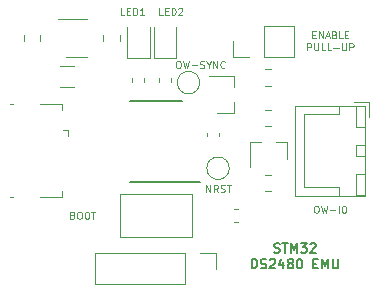
<source format=gbr>
G04 #@! TF.GenerationSoftware,KiCad,Pcbnew,(5.1.0-70-g46d257dc6)*
G04 #@! TF.CreationDate,2019-05-03T15:48:20+03:00*
G04 #@! TF.ProjectId,stm32_ds2480_emu,73746d33-325f-4647-9332-3438305f656d,rev?*
G04 #@! TF.SameCoordinates,Original*
G04 #@! TF.FileFunction,Legend,Top*
G04 #@! TF.FilePolarity,Positive*
%FSLAX46Y46*%
G04 Gerber Fmt 4.6, Leading zero omitted, Abs format (unit mm)*
G04 Created by KiCad (PCBNEW (5.1.0-70-g46d257dc6)) date 2019-05-03 15:48:20*
%MOMM*%
%LPD*%
G04 APERTURE LIST*
%ADD10C,0.150000*%
%ADD11C,0.120000*%
G04 APERTURE END LIST*
D10*
X135247619Y-93848809D02*
X135361904Y-93886904D01*
X135552380Y-93886904D01*
X135628571Y-93848809D01*
X135666666Y-93810714D01*
X135704761Y-93734523D01*
X135704761Y-93658333D01*
X135666666Y-93582142D01*
X135628571Y-93544047D01*
X135552380Y-93505952D01*
X135400000Y-93467857D01*
X135323809Y-93429761D01*
X135285714Y-93391666D01*
X135247619Y-93315476D01*
X135247619Y-93239285D01*
X135285714Y-93163095D01*
X135323809Y-93125000D01*
X135400000Y-93086904D01*
X135590476Y-93086904D01*
X135704761Y-93125000D01*
X135933333Y-93086904D02*
X136390476Y-93086904D01*
X136161904Y-93886904D02*
X136161904Y-93086904D01*
X136657142Y-93886904D02*
X136657142Y-93086904D01*
X136923809Y-93658333D01*
X137190476Y-93086904D01*
X137190476Y-93886904D01*
X137495238Y-93086904D02*
X137990476Y-93086904D01*
X137723809Y-93391666D01*
X137838095Y-93391666D01*
X137914285Y-93429761D01*
X137952380Y-93467857D01*
X137990476Y-93544047D01*
X137990476Y-93734523D01*
X137952380Y-93810714D01*
X137914285Y-93848809D01*
X137838095Y-93886904D01*
X137609523Y-93886904D01*
X137533333Y-93848809D01*
X137495238Y-93810714D01*
X138295238Y-93163095D02*
X138333333Y-93125000D01*
X138409523Y-93086904D01*
X138600000Y-93086904D01*
X138676190Y-93125000D01*
X138714285Y-93163095D01*
X138752380Y-93239285D01*
X138752380Y-93315476D01*
X138714285Y-93429761D01*
X138257142Y-93886904D01*
X138752380Y-93886904D01*
X133342857Y-95236904D02*
X133342857Y-94436904D01*
X133533333Y-94436904D01*
X133647619Y-94475000D01*
X133723809Y-94551190D01*
X133761904Y-94627380D01*
X133800000Y-94779761D01*
X133800000Y-94894047D01*
X133761904Y-95046428D01*
X133723809Y-95122619D01*
X133647619Y-95198809D01*
X133533333Y-95236904D01*
X133342857Y-95236904D01*
X134104761Y-95198809D02*
X134219047Y-95236904D01*
X134409523Y-95236904D01*
X134485714Y-95198809D01*
X134523809Y-95160714D01*
X134561904Y-95084523D01*
X134561904Y-95008333D01*
X134523809Y-94932142D01*
X134485714Y-94894047D01*
X134409523Y-94855952D01*
X134257142Y-94817857D01*
X134180952Y-94779761D01*
X134142857Y-94741666D01*
X134104761Y-94665476D01*
X134104761Y-94589285D01*
X134142857Y-94513095D01*
X134180952Y-94475000D01*
X134257142Y-94436904D01*
X134447619Y-94436904D01*
X134561904Y-94475000D01*
X134866666Y-94513095D02*
X134904761Y-94475000D01*
X134980952Y-94436904D01*
X135171428Y-94436904D01*
X135247619Y-94475000D01*
X135285714Y-94513095D01*
X135323809Y-94589285D01*
X135323809Y-94665476D01*
X135285714Y-94779761D01*
X134828571Y-95236904D01*
X135323809Y-95236904D01*
X136009523Y-94703571D02*
X136009523Y-95236904D01*
X135819047Y-94398809D02*
X135628571Y-94970238D01*
X136123809Y-94970238D01*
X136542857Y-94779761D02*
X136466666Y-94741666D01*
X136428571Y-94703571D01*
X136390476Y-94627380D01*
X136390476Y-94589285D01*
X136428571Y-94513095D01*
X136466666Y-94475000D01*
X136542857Y-94436904D01*
X136695238Y-94436904D01*
X136771428Y-94475000D01*
X136809523Y-94513095D01*
X136847619Y-94589285D01*
X136847619Y-94627380D01*
X136809523Y-94703571D01*
X136771428Y-94741666D01*
X136695238Y-94779761D01*
X136542857Y-94779761D01*
X136466666Y-94817857D01*
X136428571Y-94855952D01*
X136390476Y-94932142D01*
X136390476Y-95084523D01*
X136428571Y-95160714D01*
X136466666Y-95198809D01*
X136542857Y-95236904D01*
X136695238Y-95236904D01*
X136771428Y-95198809D01*
X136809523Y-95160714D01*
X136847619Y-95084523D01*
X136847619Y-94932142D01*
X136809523Y-94855952D01*
X136771428Y-94817857D01*
X136695238Y-94779761D01*
X137342857Y-94436904D02*
X137419047Y-94436904D01*
X137495238Y-94475000D01*
X137533333Y-94513095D01*
X137571428Y-94589285D01*
X137609523Y-94741666D01*
X137609523Y-94932142D01*
X137571428Y-95084523D01*
X137533333Y-95160714D01*
X137495238Y-95198809D01*
X137419047Y-95236904D01*
X137342857Y-95236904D01*
X137266666Y-95198809D01*
X137228571Y-95160714D01*
X137190476Y-95084523D01*
X137152380Y-94932142D01*
X137152380Y-94741666D01*
X137190476Y-94589285D01*
X137228571Y-94513095D01*
X137266666Y-94475000D01*
X137342857Y-94436904D01*
X138561904Y-94817857D02*
X138828571Y-94817857D01*
X138942857Y-95236904D02*
X138561904Y-95236904D01*
X138561904Y-94436904D01*
X138942857Y-94436904D01*
X139285714Y-95236904D02*
X139285714Y-94436904D01*
X139552380Y-95008333D01*
X139819047Y-94436904D01*
X139819047Y-95236904D01*
X140200000Y-94436904D02*
X140200000Y-95084523D01*
X140238095Y-95160714D01*
X140276190Y-95198809D01*
X140352380Y-95236904D01*
X140504761Y-95236904D01*
X140580952Y-95198809D01*
X140619047Y-95160714D01*
X140657142Y-95084523D01*
X140657142Y-94436904D01*
D11*
X138771428Y-89921428D02*
X138885714Y-89921428D01*
X138942857Y-89950000D01*
X139000000Y-90007142D01*
X139028571Y-90121428D01*
X139028571Y-90321428D01*
X139000000Y-90435714D01*
X138942857Y-90492857D01*
X138885714Y-90521428D01*
X138771428Y-90521428D01*
X138714285Y-90492857D01*
X138657142Y-90435714D01*
X138628571Y-90321428D01*
X138628571Y-90121428D01*
X138657142Y-90007142D01*
X138714285Y-89950000D01*
X138771428Y-89921428D01*
X139228571Y-89921428D02*
X139371428Y-90521428D01*
X139485714Y-90092857D01*
X139600000Y-90521428D01*
X139742857Y-89921428D01*
X139971428Y-90292857D02*
X140428571Y-90292857D01*
X140714285Y-90521428D02*
X140714285Y-89921428D01*
X141114285Y-89921428D02*
X141228571Y-89921428D01*
X141285714Y-89950000D01*
X141342857Y-90007142D01*
X141371428Y-90121428D01*
X141371428Y-90321428D01*
X141342857Y-90435714D01*
X141285714Y-90492857D01*
X141228571Y-90521428D01*
X141114285Y-90521428D01*
X141057142Y-90492857D01*
X141000000Y-90435714D01*
X140971428Y-90321428D01*
X140971428Y-90121428D01*
X141000000Y-90007142D01*
X141057142Y-89950000D01*
X141114285Y-89921428D01*
X118200571Y-90707142D02*
X118286285Y-90735714D01*
X118314857Y-90764285D01*
X118343428Y-90821428D01*
X118343428Y-90907142D01*
X118314857Y-90964285D01*
X118286285Y-90992857D01*
X118229142Y-91021428D01*
X118000571Y-91021428D01*
X118000571Y-90421428D01*
X118200571Y-90421428D01*
X118257714Y-90450000D01*
X118286285Y-90478571D01*
X118314857Y-90535714D01*
X118314857Y-90592857D01*
X118286285Y-90650000D01*
X118257714Y-90678571D01*
X118200571Y-90707142D01*
X118000571Y-90707142D01*
X118714857Y-90421428D02*
X118829142Y-90421428D01*
X118886285Y-90450000D01*
X118943428Y-90507142D01*
X118972000Y-90621428D01*
X118972000Y-90821428D01*
X118943428Y-90935714D01*
X118886285Y-90992857D01*
X118829142Y-91021428D01*
X118714857Y-91021428D01*
X118657714Y-90992857D01*
X118600571Y-90935714D01*
X118572000Y-90821428D01*
X118572000Y-90621428D01*
X118600571Y-90507142D01*
X118657714Y-90450000D01*
X118714857Y-90421428D01*
X119343428Y-90421428D02*
X119457714Y-90421428D01*
X119514857Y-90450000D01*
X119572000Y-90507142D01*
X119600571Y-90621428D01*
X119600571Y-90821428D01*
X119572000Y-90935714D01*
X119514857Y-90992857D01*
X119457714Y-91021428D01*
X119343428Y-91021428D01*
X119286285Y-90992857D01*
X119229142Y-90935714D01*
X119200571Y-90821428D01*
X119200571Y-90621428D01*
X119229142Y-90507142D01*
X119286285Y-90450000D01*
X119343428Y-90421428D01*
X119772000Y-90421428D02*
X120114857Y-90421428D01*
X119943428Y-91021428D02*
X119943428Y-90421428D01*
X138485714Y-75447142D02*
X138685714Y-75447142D01*
X138771428Y-75761428D02*
X138485714Y-75761428D01*
X138485714Y-75161428D01*
X138771428Y-75161428D01*
X139028571Y-75761428D02*
X139028571Y-75161428D01*
X139371428Y-75761428D01*
X139371428Y-75161428D01*
X139628571Y-75590000D02*
X139914285Y-75590000D01*
X139571428Y-75761428D02*
X139771428Y-75161428D01*
X139971428Y-75761428D01*
X140371428Y-75447142D02*
X140457142Y-75475714D01*
X140485714Y-75504285D01*
X140514285Y-75561428D01*
X140514285Y-75647142D01*
X140485714Y-75704285D01*
X140457142Y-75732857D01*
X140400000Y-75761428D01*
X140171428Y-75761428D01*
X140171428Y-75161428D01*
X140371428Y-75161428D01*
X140428571Y-75190000D01*
X140457142Y-75218571D01*
X140485714Y-75275714D01*
X140485714Y-75332857D01*
X140457142Y-75390000D01*
X140428571Y-75418571D01*
X140371428Y-75447142D01*
X140171428Y-75447142D01*
X141057142Y-75761428D02*
X140771428Y-75761428D01*
X140771428Y-75161428D01*
X141257142Y-75447142D02*
X141457142Y-75447142D01*
X141542857Y-75761428D02*
X141257142Y-75761428D01*
X141257142Y-75161428D01*
X141542857Y-75161428D01*
X138057142Y-76781428D02*
X138057142Y-76181428D01*
X138285714Y-76181428D01*
X138342857Y-76210000D01*
X138371428Y-76238571D01*
X138400000Y-76295714D01*
X138400000Y-76381428D01*
X138371428Y-76438571D01*
X138342857Y-76467142D01*
X138285714Y-76495714D01*
X138057142Y-76495714D01*
X138657142Y-76181428D02*
X138657142Y-76667142D01*
X138685714Y-76724285D01*
X138714285Y-76752857D01*
X138771428Y-76781428D01*
X138885714Y-76781428D01*
X138942857Y-76752857D01*
X138971428Y-76724285D01*
X139000000Y-76667142D01*
X139000000Y-76181428D01*
X139571428Y-76781428D02*
X139285714Y-76781428D01*
X139285714Y-76181428D01*
X140057142Y-76781428D02*
X139771428Y-76781428D01*
X139771428Y-76181428D01*
X140257142Y-76552857D02*
X140714285Y-76552857D01*
X141000000Y-76181428D02*
X141000000Y-76667142D01*
X141028571Y-76724285D01*
X141057142Y-76752857D01*
X141114285Y-76781428D01*
X141228571Y-76781428D01*
X141285714Y-76752857D01*
X141314285Y-76724285D01*
X141342857Y-76667142D01*
X141342857Y-76181428D01*
X141628571Y-76781428D02*
X141628571Y-76181428D01*
X141857142Y-76181428D01*
X141914285Y-76210000D01*
X141942857Y-76238571D01*
X141971428Y-76295714D01*
X141971428Y-76381428D01*
X141942857Y-76438571D01*
X141914285Y-76467142D01*
X141857142Y-76495714D01*
X141628571Y-76495714D01*
X128950000Y-79500000D02*
G75*
G03X128950000Y-79500000I-950000J0D01*
G01*
X131450000Y-86750000D02*
G75*
G03X131450000Y-86750000I-950000J0D01*
G01*
X114040000Y-75491422D02*
X114040000Y-76008578D01*
X115460000Y-75491422D02*
X115460000Y-76008578D01*
X120790000Y-75491422D02*
X120790000Y-76008578D01*
X122210000Y-75491422D02*
X122210000Y-76008578D01*
X124710000Y-77435000D02*
X124710000Y-74750000D01*
X122790000Y-77435000D02*
X124710000Y-77435000D01*
X122790000Y-74750000D02*
X122790000Y-77435000D01*
X126960000Y-77435000D02*
X126960000Y-74750000D01*
X125040000Y-77435000D02*
X126960000Y-77435000D01*
X125040000Y-74750000D02*
X125040000Y-77435000D01*
X136330000Y-84490000D02*
X136330000Y-85950000D01*
X133170000Y-84490000D02*
X133170000Y-86650000D01*
X133170000Y-84490000D02*
X134100000Y-84490000D01*
X136330000Y-84490000D02*
X135400000Y-84490000D01*
X117097936Y-79910000D02*
X118302064Y-79910000D01*
X117097936Y-78090000D02*
X118302064Y-78090000D01*
X117262500Y-81350000D02*
X117262500Y-81800000D01*
X115412500Y-81350000D02*
X117262500Y-81350000D01*
X112862500Y-89150000D02*
X113112500Y-89150000D01*
X112862500Y-81350000D02*
X113112500Y-81350000D01*
X115412500Y-89150000D02*
X117262500Y-89150000D01*
X117262500Y-89150000D02*
X117262500Y-88700000D01*
X117812500Y-83550000D02*
X117812500Y-84000000D01*
X117812500Y-83550000D02*
X117362500Y-83550000D01*
X130330000Y-93920000D02*
X130330000Y-95250000D01*
X129000000Y-93920000D02*
X130330000Y-93920000D01*
X127730000Y-93920000D02*
X127730000Y-96580000D01*
X127730000Y-96580000D02*
X120050000Y-96580000D01*
X127730000Y-93920000D02*
X120050000Y-93920000D01*
X120050000Y-93920000D02*
X120050000Y-96580000D01*
X131770000Y-77330000D02*
X131770000Y-76000000D01*
X133100000Y-77330000D02*
X131770000Y-77330000D01*
X134370000Y-77330000D02*
X134370000Y-74670000D01*
X134370000Y-74670000D02*
X136970000Y-74670000D01*
X134370000Y-77330000D02*
X136970000Y-77330000D01*
X136970000Y-77330000D02*
X136970000Y-74670000D01*
X131860000Y-82080000D02*
X130400000Y-82080000D01*
X131860000Y-78920000D02*
X129700000Y-78920000D01*
X131860000Y-78920000D02*
X131860000Y-79850000D01*
X131860000Y-82080000D02*
X131860000Y-81150000D01*
X131837221Y-91260000D02*
X132162779Y-91260000D01*
X131837221Y-90240000D02*
X132162779Y-90240000D01*
X123240000Y-79087221D02*
X123240000Y-79412779D01*
X124260000Y-79087221D02*
X124260000Y-79412779D01*
X125490000Y-79087221D02*
X125490000Y-79412779D01*
X126510000Y-79087221D02*
X126510000Y-79412779D01*
X130610000Y-84062779D02*
X130610000Y-83737221D01*
X129590000Y-84062779D02*
X129590000Y-83737221D01*
X128310000Y-88900000D02*
X128310000Y-92600000D01*
X122190000Y-88900000D02*
X128310000Y-88900000D01*
X122190000Y-92600000D02*
X122190000Y-88900000D01*
X128310000Y-92600000D02*
X122190000Y-92600000D01*
X119400000Y-74140000D02*
X116950000Y-74140000D01*
X117600000Y-77360000D02*
X119400000Y-77360000D01*
D10*
X129000000Y-87950000D02*
X123025000Y-87950000D01*
X127475000Y-81050000D02*
X123025000Y-81050000D01*
D11*
X143250000Y-81150000D02*
X142000000Y-81150000D01*
X143250000Y-82400000D02*
X143250000Y-81150000D01*
X137750000Y-88300000D02*
X137750000Y-85250000D01*
X140700000Y-88300000D02*
X137750000Y-88300000D01*
X140700000Y-89050000D02*
X140700000Y-88300000D01*
X137750000Y-82200000D02*
X137750000Y-85250000D01*
X140700000Y-82200000D02*
X137750000Y-82200000D01*
X140700000Y-81450000D02*
X140700000Y-82200000D01*
X142950000Y-89050000D02*
X142950000Y-87250000D01*
X142200000Y-89050000D02*
X142950000Y-89050000D01*
X142200000Y-87250000D02*
X142200000Y-89050000D01*
X142950000Y-87250000D02*
X142200000Y-87250000D01*
X142950000Y-83250000D02*
X142950000Y-81450000D01*
X142200000Y-83250000D02*
X142950000Y-83250000D01*
X142200000Y-81450000D02*
X142200000Y-83250000D01*
X142950000Y-81450000D02*
X142200000Y-81450000D01*
X142950000Y-85750000D02*
X142950000Y-84750000D01*
X142200000Y-85750000D02*
X142950000Y-85750000D01*
X142200000Y-84750000D02*
X142200000Y-85750000D01*
X142950000Y-84750000D02*
X142200000Y-84750000D01*
X142960000Y-89060000D02*
X142960000Y-81440000D01*
X136990000Y-89060000D02*
X142960000Y-89060000D01*
X136990000Y-81440000D02*
X136990000Y-89060000D01*
X142960000Y-81440000D02*
X136990000Y-81440000D01*
X135008578Y-81790000D02*
X134491422Y-81790000D01*
X135008578Y-83210000D02*
X134491422Y-83210000D01*
X135008578Y-88710000D02*
X134491422Y-88710000D01*
X135008578Y-87290000D02*
X134491422Y-87290000D01*
X135008578Y-79810000D02*
X134491422Y-79810000D01*
X135008578Y-78390000D02*
X134491422Y-78390000D01*
X127071428Y-77671428D02*
X127185714Y-77671428D01*
X127242857Y-77700000D01*
X127300000Y-77757142D01*
X127328571Y-77871428D01*
X127328571Y-78071428D01*
X127300000Y-78185714D01*
X127242857Y-78242857D01*
X127185714Y-78271428D01*
X127071428Y-78271428D01*
X127014285Y-78242857D01*
X126957142Y-78185714D01*
X126928571Y-78071428D01*
X126928571Y-77871428D01*
X126957142Y-77757142D01*
X127014285Y-77700000D01*
X127071428Y-77671428D01*
X127528571Y-77671428D02*
X127671428Y-78271428D01*
X127785714Y-77842857D01*
X127900000Y-78271428D01*
X128042857Y-77671428D01*
X128271428Y-78042857D02*
X128728571Y-78042857D01*
X128985714Y-78242857D02*
X129071428Y-78271428D01*
X129214285Y-78271428D01*
X129271428Y-78242857D01*
X129300000Y-78214285D01*
X129328571Y-78157142D01*
X129328571Y-78100000D01*
X129300000Y-78042857D01*
X129271428Y-78014285D01*
X129214285Y-77985714D01*
X129100000Y-77957142D01*
X129042857Y-77928571D01*
X129014285Y-77900000D01*
X128985714Y-77842857D01*
X128985714Y-77785714D01*
X129014285Y-77728571D01*
X129042857Y-77700000D01*
X129100000Y-77671428D01*
X129242857Y-77671428D01*
X129328571Y-77700000D01*
X129700000Y-77985714D02*
X129700000Y-78271428D01*
X129500000Y-77671428D02*
X129700000Y-77985714D01*
X129900000Y-77671428D01*
X130100000Y-78271428D02*
X130100000Y-77671428D01*
X130442857Y-78271428D01*
X130442857Y-77671428D01*
X131071428Y-78214285D02*
X131042857Y-78242857D01*
X130957142Y-78271428D01*
X130900000Y-78271428D01*
X130814285Y-78242857D01*
X130757142Y-78185714D01*
X130728571Y-78128571D01*
X130700000Y-78014285D01*
X130700000Y-77928571D01*
X130728571Y-77814285D01*
X130757142Y-77757142D01*
X130814285Y-77700000D01*
X130900000Y-77671428D01*
X130957142Y-77671428D01*
X131042857Y-77700000D01*
X131071428Y-77728571D01*
X129514285Y-88771428D02*
X129514285Y-88171428D01*
X129857142Y-88771428D01*
X129857142Y-88171428D01*
X130485714Y-88771428D02*
X130285714Y-88485714D01*
X130142857Y-88771428D02*
X130142857Y-88171428D01*
X130371428Y-88171428D01*
X130428571Y-88200000D01*
X130457142Y-88228571D01*
X130485714Y-88285714D01*
X130485714Y-88371428D01*
X130457142Y-88428571D01*
X130428571Y-88457142D01*
X130371428Y-88485714D01*
X130142857Y-88485714D01*
X130714285Y-88742857D02*
X130800000Y-88771428D01*
X130942857Y-88771428D01*
X131000000Y-88742857D01*
X131028571Y-88714285D01*
X131057142Y-88657142D01*
X131057142Y-88600000D01*
X131028571Y-88542857D01*
X131000000Y-88514285D01*
X130942857Y-88485714D01*
X130828571Y-88457142D01*
X130771428Y-88428571D01*
X130742857Y-88400000D01*
X130714285Y-88342857D01*
X130714285Y-88285714D01*
X130742857Y-88228571D01*
X130771428Y-88200000D01*
X130828571Y-88171428D01*
X130971428Y-88171428D01*
X131057142Y-88200000D01*
X131228571Y-88171428D02*
X131571428Y-88171428D01*
X131400000Y-88771428D02*
X131400000Y-88171428D01*
X122578571Y-73771428D02*
X122292857Y-73771428D01*
X122292857Y-73171428D01*
X122778571Y-73457142D02*
X122978571Y-73457142D01*
X123064285Y-73771428D02*
X122778571Y-73771428D01*
X122778571Y-73171428D01*
X123064285Y-73171428D01*
X123321428Y-73771428D02*
X123321428Y-73171428D01*
X123464285Y-73171428D01*
X123550000Y-73200000D01*
X123607142Y-73257142D01*
X123635714Y-73314285D01*
X123664285Y-73428571D01*
X123664285Y-73514285D01*
X123635714Y-73628571D01*
X123607142Y-73685714D01*
X123550000Y-73742857D01*
X123464285Y-73771428D01*
X123321428Y-73771428D01*
X124235714Y-73771428D02*
X123892857Y-73771428D01*
X124064285Y-73771428D02*
X124064285Y-73171428D01*
X124007142Y-73257142D01*
X123950000Y-73314285D01*
X123892857Y-73342857D01*
X125828571Y-73771428D02*
X125542857Y-73771428D01*
X125542857Y-73171428D01*
X126028571Y-73457142D02*
X126228571Y-73457142D01*
X126314285Y-73771428D02*
X126028571Y-73771428D01*
X126028571Y-73171428D01*
X126314285Y-73171428D01*
X126571428Y-73771428D02*
X126571428Y-73171428D01*
X126714285Y-73171428D01*
X126800000Y-73200000D01*
X126857142Y-73257142D01*
X126885714Y-73314285D01*
X126914285Y-73428571D01*
X126914285Y-73514285D01*
X126885714Y-73628571D01*
X126857142Y-73685714D01*
X126800000Y-73742857D01*
X126714285Y-73771428D01*
X126571428Y-73771428D01*
X127142857Y-73228571D02*
X127171428Y-73200000D01*
X127228571Y-73171428D01*
X127371428Y-73171428D01*
X127428571Y-73200000D01*
X127457142Y-73228571D01*
X127485714Y-73285714D01*
X127485714Y-73342857D01*
X127457142Y-73428571D01*
X127114285Y-73771428D01*
X127485714Y-73771428D01*
M02*

</source>
